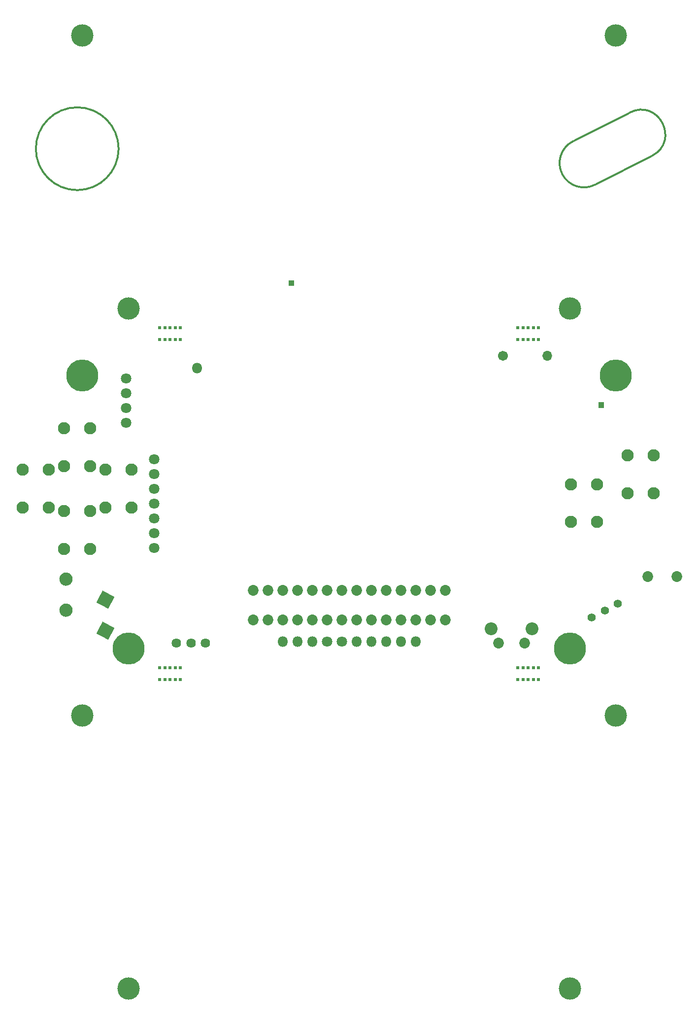
<source format=gbr>
G04 #@! TF.GenerationSoftware,KiCad,Pcbnew,(5.1.9-0-10_14)*
G04 #@! TF.CreationDate,2021-11-21T11:45:30-08:00*
G04 #@! TF.ProjectId,system_advance,73797374-656d-45f6-9164-76616e63652e,1.0-dev1*
G04 #@! TF.SameCoordinates,Original*
G04 #@! TF.FileFunction,Soldermask,Top*
G04 #@! TF.FilePolarity,Negative*
%FSLAX46Y46*%
G04 Gerber Fmt 4.6, Leading zero omitted, Abs format (unit mm)*
G04 Created by KiCad (PCBNEW (5.1.9-0-10_14)) date 2021-11-21 11:45:30*
%MOMM*%
%LPD*%
G01*
G04 APERTURE LIST*
%ADD10C,0.300000*%
%ADD11C,0.609600*%
%ADD12C,0.100000*%
%ADD13C,1.801600*%
%ADD14O,1.801600X1.801600*%
%ADD15C,3.851600*%
%ADD16C,1.851600*%
%ADD17C,1.625600*%
%ADD18C,5.501599*%
%ADD19C,2.101600*%
%ADD20C,1.401600*%
%ADD21C,1.701600*%
%ADD22O,1.701600X1.701600*%
%ADD23C,2.201600*%
G04 APERTURE END LIST*
D10*
X160008878Y-79959262D02*
X150229878Y-84912262D01*
X150229878Y-84912262D02*
G75*
G02*
X146370122Y-77497738I-1929878J3707262D01*
G01*
X156149122Y-72544738D02*
X146370122Y-77497738D01*
X156149122Y-72544738D02*
G75*
G02*
X160008878Y-79959262I1929878J-3707262D01*
G01*
X68326000Y-78740000D02*
G75*
G03*
X68326000Y-78740000I-7112000J0D01*
G01*
X160008878Y-79959262D02*
X150229878Y-84912262D01*
X150229878Y-84912262D02*
G75*
G02*
X146370122Y-77497738I-1929878J3707262D01*
G01*
X156149122Y-72544738D02*
X146370122Y-77497738D01*
X156149122Y-72544738D02*
G75*
G02*
X160008878Y-79959262I1929878J-3707262D01*
G01*
X68326000Y-78740000D02*
G75*
G03*
X68326000Y-78740000I-7112000J0D01*
G01*
D11*
X139621000Y-111506000D03*
X139621000Y-109474000D03*
X137843000Y-111506000D03*
X137843000Y-109474000D03*
X140510000Y-111506000D03*
X138732000Y-111506000D03*
X136954000Y-111506000D03*
X140510000Y-109474000D03*
X136954000Y-109474000D03*
X138732000Y-109474000D03*
X78057000Y-169926000D03*
X78057000Y-167894000D03*
X76279000Y-169926000D03*
X76279000Y-167894000D03*
X78946000Y-169926000D03*
X77168000Y-169926000D03*
X75390000Y-169926000D03*
X78946000Y-167894000D03*
X75390000Y-167894000D03*
X77168000Y-167894000D03*
X139621000Y-169926000D03*
X139621000Y-167894000D03*
X137843000Y-169926000D03*
X137843000Y-167894000D03*
X140510000Y-169926000D03*
X138732000Y-169926000D03*
X136954000Y-169926000D03*
X140510000Y-167894000D03*
X136954000Y-167894000D03*
X138732000Y-167894000D03*
X78057000Y-111506000D03*
X78057000Y-109474000D03*
X76279000Y-111506000D03*
X76279000Y-109474000D03*
X78946000Y-111506000D03*
X77168000Y-111506000D03*
X75390000Y-111506000D03*
X78946000Y-109474000D03*
X75390000Y-109474000D03*
X77168000Y-109474000D03*
D12*
G36*
X151681078Y-122308943D02*
G01*
X151682053Y-122309039D01*
X151691843Y-122310989D01*
X151692781Y-122311274D01*
X151701946Y-122315071D01*
X151702811Y-122315533D01*
X151711072Y-122321046D01*
X151711830Y-122321667D01*
X151718932Y-122328769D01*
X151719553Y-122329527D01*
X151725066Y-122337788D01*
X151725528Y-122338653D01*
X151729325Y-122347818D01*
X151729610Y-122348756D01*
X151731560Y-122358546D01*
X151731656Y-122359521D01*
X151731900Y-122364499D01*
X151731900Y-123215399D01*
X151731656Y-123220377D01*
X151731560Y-123221352D01*
X151729610Y-123231142D01*
X151729325Y-123232080D01*
X151725528Y-123241245D01*
X151725066Y-123242110D01*
X151719553Y-123250371D01*
X151718932Y-123251129D01*
X151711830Y-123258231D01*
X151711072Y-123258852D01*
X151702811Y-123264365D01*
X151701946Y-123264827D01*
X151692781Y-123268624D01*
X151691843Y-123268909D01*
X151682053Y-123270859D01*
X151681078Y-123270955D01*
X151676100Y-123271199D01*
X150837901Y-123271199D01*
X150832923Y-123270955D01*
X150831948Y-123270859D01*
X150822158Y-123268909D01*
X150821220Y-123268624D01*
X150812055Y-123264827D01*
X150811190Y-123264365D01*
X150802929Y-123258852D01*
X150802171Y-123258231D01*
X150795069Y-123251129D01*
X150794448Y-123250371D01*
X150788935Y-123242110D01*
X150788473Y-123241245D01*
X150784676Y-123232080D01*
X150784391Y-123231142D01*
X150782441Y-123221352D01*
X150782345Y-123220377D01*
X150782101Y-123215399D01*
X150782101Y-122364499D01*
X150782345Y-122359521D01*
X150782441Y-122358546D01*
X150784391Y-122348756D01*
X150784676Y-122347818D01*
X150788473Y-122338653D01*
X150788935Y-122337788D01*
X150794448Y-122329527D01*
X150795069Y-122328769D01*
X150802171Y-122321667D01*
X150802929Y-122321046D01*
X150811190Y-122315533D01*
X150812055Y-122315071D01*
X150821220Y-122311274D01*
X150822158Y-122310989D01*
X150831948Y-122309039D01*
X150832923Y-122308943D01*
X150837901Y-122308699D01*
X151676100Y-122308699D01*
X151681078Y-122308943D01*
G37*
D13*
X106680000Y-163449000D03*
D14*
X109220000Y-163449000D03*
X111760000Y-163449000D03*
X114300000Y-163449000D03*
D13*
X104140000Y-163449000D03*
D14*
X119380000Y-163449000D03*
X96520000Y-163449000D03*
X99060000Y-163449000D03*
X101600000Y-163449000D03*
X116840000Y-163449000D03*
D12*
G36*
X98468078Y-101353943D02*
G01*
X98469053Y-101354039D01*
X98478843Y-101355989D01*
X98479781Y-101356274D01*
X98488946Y-101360071D01*
X98489811Y-101360533D01*
X98498072Y-101366046D01*
X98498830Y-101366667D01*
X98505932Y-101373769D01*
X98506553Y-101374527D01*
X98512066Y-101382788D01*
X98512528Y-101383653D01*
X98516325Y-101392818D01*
X98516610Y-101393756D01*
X98518560Y-101403546D01*
X98518656Y-101404521D01*
X98518900Y-101409499D01*
X98518900Y-102260399D01*
X98518656Y-102265377D01*
X98518560Y-102266352D01*
X98516610Y-102276142D01*
X98516325Y-102277080D01*
X98512528Y-102286245D01*
X98512066Y-102287110D01*
X98506553Y-102295371D01*
X98505932Y-102296129D01*
X98498830Y-102303231D01*
X98498072Y-102303852D01*
X98489811Y-102309365D01*
X98488946Y-102309827D01*
X98479781Y-102313624D01*
X98478843Y-102313909D01*
X98469053Y-102315859D01*
X98468078Y-102315955D01*
X98463100Y-102316199D01*
X97624901Y-102316199D01*
X97619923Y-102315955D01*
X97618948Y-102315859D01*
X97609158Y-102313909D01*
X97608220Y-102313624D01*
X97599055Y-102309827D01*
X97598190Y-102309365D01*
X97589929Y-102303852D01*
X97589171Y-102303231D01*
X97582069Y-102296129D01*
X97581448Y-102295371D01*
X97575935Y-102287110D01*
X97575473Y-102286245D01*
X97571676Y-102277080D01*
X97571391Y-102276142D01*
X97569441Y-102266352D01*
X97569345Y-102265377D01*
X97569101Y-102260399D01*
X97569101Y-101409499D01*
X97569345Y-101404521D01*
X97569441Y-101403546D01*
X97571391Y-101393756D01*
X97571676Y-101392818D01*
X97575473Y-101383653D01*
X97575935Y-101382788D01*
X97581448Y-101374527D01*
X97582069Y-101373769D01*
X97589171Y-101366667D01*
X97589929Y-101366046D01*
X97598190Y-101360533D01*
X97599055Y-101360071D01*
X97608220Y-101356274D01*
X97609158Y-101355989D01*
X97618948Y-101354039D01*
X97619923Y-101353943D01*
X97624901Y-101353699D01*
X98463100Y-101353699D01*
X98468078Y-101353943D01*
G37*
D15*
X62103000Y-59309000D03*
X153797000Y-59309000D03*
X70002400Y-106172000D03*
X145897600Y-106172000D03*
D16*
X124460000Y-154624000D03*
X121920000Y-154624000D03*
X119380000Y-154624000D03*
X116840000Y-154624000D03*
X114300000Y-154624000D03*
X111760000Y-154624000D03*
X109220000Y-154624000D03*
X106680000Y-154624000D03*
X104140000Y-154624000D03*
X101600000Y-154624000D03*
X99060000Y-154624000D03*
X96520000Y-154624000D03*
X93980000Y-154624000D03*
X91440000Y-154624000D03*
X91440000Y-159704000D03*
X93980000Y-159704000D03*
X96520000Y-159704000D03*
X99060000Y-159704000D03*
X101600000Y-159704000D03*
X104140000Y-159704000D03*
X124460000Y-159704000D03*
X121920000Y-159704000D03*
X119380000Y-159704000D03*
X116840000Y-159704000D03*
X114300000Y-159704000D03*
X111760000Y-159704000D03*
X106680000Y-159704000D03*
X109220000Y-159704000D03*
D15*
X145897600Y-223012000D03*
X70002400Y-223012000D03*
X153797000Y-176149000D03*
D17*
X78282800Y-163703000D03*
X80772000Y-163703000D03*
X83261200Y-163703000D03*
D18*
X62103000Y-117729000D03*
D14*
X81788000Y-116459000D03*
D18*
X70002400Y-164592000D03*
X153797000Y-117729000D03*
G36*
G01*
X60301749Y-153222856D02*
X60301749Y-153222856D01*
G75*
G02*
X58749597Y-153712248I-1020772J531380D01*
G01*
X58749597Y-153712248D01*
G75*
G02*
X58260205Y-152160096I531380J1020772D01*
G01*
X58260205Y-152160096D01*
G75*
G02*
X59812357Y-151670704I1020772J-531380D01*
G01*
X59812357Y-151670704D01*
G75*
G02*
X60301749Y-153222856I-531380J-1020772D01*
G01*
G37*
G36*
G01*
X67568695Y-155765669D02*
X66552848Y-157717092D01*
G75*
G02*
X66484331Y-157738695I-45060J23457D01*
G01*
X64532908Y-156722848D01*
G75*
G02*
X64511305Y-156654331I23457J45060D01*
G01*
X65527152Y-154702908D01*
G75*
G02*
X65595669Y-154681305I45060J-23457D01*
G01*
X67547092Y-155697152D01*
G75*
G02*
X67568695Y-155765669I-23457J-45060D01*
G01*
G37*
G36*
G01*
X60301749Y-158556856D02*
X60301749Y-158556856D01*
G75*
G02*
X58749597Y-159046248I-1020772J531380D01*
G01*
X58749597Y-159046248D01*
G75*
G02*
X58260205Y-157494096I531380J1020772D01*
G01*
X58260205Y-157494096D01*
G75*
G02*
X59812357Y-157004704I1020772J-531380D01*
G01*
X59812357Y-157004704D01*
G75*
G02*
X60301749Y-158556856I-531380J-1020772D01*
G01*
G37*
G36*
G01*
X67568695Y-161099669D02*
X66552848Y-163051092D01*
G75*
G02*
X66484331Y-163072695I-45060J23457D01*
G01*
X64532908Y-162056848D01*
G75*
G02*
X64511305Y-161988331I23457J45060D01*
G01*
X65527152Y-160036908D01*
G75*
G02*
X65595669Y-160015305I45060J-23457D01*
G01*
X67547092Y-161031152D01*
G75*
G02*
X67568695Y-161099669I-23457J-45060D01*
G01*
G37*
D13*
X74450000Y-147320000D03*
X74450000Y-144780000D03*
X74450000Y-142240000D03*
X74450000Y-139700000D03*
X74450000Y-137160000D03*
X74450000Y-134620000D03*
X74450000Y-132080000D03*
D19*
X150550000Y-142875000D03*
X146050000Y-142875000D03*
X150550000Y-136375000D03*
X146050000Y-136375000D03*
X160329000Y-137922000D03*
X155829000Y-137922000D03*
X160329000Y-131422000D03*
X155829000Y-131422000D03*
X63464000Y-133298000D03*
X58964000Y-133298000D03*
X63464000Y-126798000D03*
X58964000Y-126798000D03*
X58964000Y-141022000D03*
X63464000Y-141022000D03*
X58964000Y-147522000D03*
X63464000Y-147522000D03*
X56352000Y-140410000D03*
X51852000Y-140410000D03*
X56352000Y-133910000D03*
X51852000Y-133910000D03*
X66076000Y-133910000D03*
X70576000Y-133910000D03*
X66076000Y-140410000D03*
X70576000Y-140410000D03*
D20*
X151892000Y-158115000D03*
X149638992Y-159287841D03*
X154145008Y-156942159D03*
D15*
X62103000Y-176149000D03*
D18*
X145897600Y-164592000D03*
D16*
X164298000Y-152273000D03*
X159298000Y-152273000D03*
D21*
X134366000Y-114300000D03*
D22*
X141986000Y-114300000D03*
D23*
X139364000Y-161213000D03*
D16*
X138104000Y-163703000D03*
X133604000Y-163703000D03*
D23*
X132354000Y-161213000D03*
D13*
X69596000Y-123317000D03*
X69596000Y-120777000D03*
X69596000Y-125857000D03*
X69596000Y-118237000D03*
D12*
G36*
X67593076Y-161052834D02*
G01*
X67594151Y-161054521D01*
X67593927Y-161055531D01*
X67084404Y-162034315D01*
X66531166Y-163097076D01*
X66528469Y-163097927D01*
X64486924Y-162035166D01*
X64485849Y-162033479D01*
X64486056Y-162032542D01*
X64490545Y-162032542D01*
X66528542Y-163093455D01*
X67080856Y-162032469D01*
X67589455Y-161055458D01*
X65551458Y-159994545D01*
X64999144Y-161055531D01*
X64490545Y-162032542D01*
X64486056Y-162032542D01*
X64486073Y-162032469D01*
X64995596Y-161053685D01*
X65548834Y-159990924D01*
X65551531Y-159990073D01*
X67593076Y-161052834D01*
G37*
G36*
X67593076Y-155718834D02*
G01*
X67594151Y-155720521D01*
X67593927Y-155721531D01*
X67084404Y-156700315D01*
X66531166Y-157763076D01*
X66528469Y-157763927D01*
X64486924Y-156701166D01*
X64485849Y-156699479D01*
X64486056Y-156698542D01*
X64490545Y-156698542D01*
X66528542Y-157759455D01*
X67080856Y-156698469D01*
X67589455Y-155721458D01*
X65551458Y-154660545D01*
X64999144Y-155721531D01*
X64490545Y-156698542D01*
X64486056Y-156698542D01*
X64486073Y-156698469D01*
X64995596Y-155719685D01*
X65548834Y-154656924D01*
X65551531Y-154656073D01*
X67593076Y-155718834D01*
G37*
M02*

</source>
